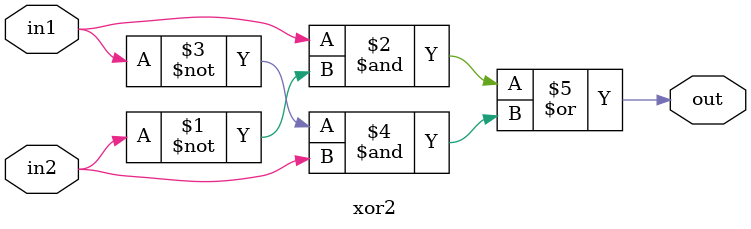
<source format=v>
`timescale 1ns / 1ps


module xor2(
    input in1,
    input in2,
    output out
    );
    
   assign out = (in1&(~in2)) | ((~in1)&in2);
        
endmodule

</source>
